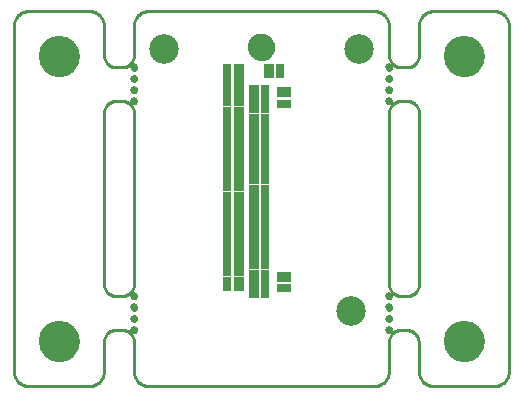
<source format=gbr>
G04 EAGLE Gerber RS-274X export*
G75*
%MOIN*%
%FSLAX34Y34*%
%LPD*%
%INSoldermask Bottom*%
%IPPOS*%
%AMOC8*
5,1,8,0,0,1.08239X$1,22.5*%
G01*
%ADD10C,0.025000*%
%ADD11C,0.135000*%
%ADD12C,0.088740*%
%ADD13C,0.098425*%
%ADD14R,0.031654X0.049370*%
%ADD15R,0.033622X0.049370*%
%ADD16R,0.049370X0.031654*%
%ADD17R,0.049370X0.033622*%
%ADD18C,0.010000*%


D10*
X4500Y-8625D03*
X4500Y-7500D03*
X4500Y-7875D03*
X4500Y-8250D03*
D11*
X7000Y-9000D03*
D12*
X250Y800D03*
D10*
X4500Y-1000D03*
X4500Y125D03*
X4500Y-250D03*
X4500Y-625D03*
X-4000Y-1000D03*
X-4000Y125D03*
X-4000Y-250D03*
X-4000Y-625D03*
X-4000Y-8625D03*
X-4000Y-7500D03*
X-4000Y-7875D03*
X-4000Y-8250D03*
D11*
X7000Y500D03*
X-6500Y500D03*
X-6500Y-9000D03*
D13*
X3500Y750D03*
X3250Y-8000D03*
D14*
X-884Y-1890D03*
D15*
X-500Y-1890D03*
D14*
X-884Y-2362D03*
D15*
X-500Y-2362D03*
D14*
X-884Y-3780D03*
D15*
X-500Y-3780D03*
D14*
X-884Y-4252D03*
D15*
X-500Y-4252D03*
D14*
X-884Y-6614D03*
D15*
X-500Y-6614D03*
D14*
X-884Y-7087D03*
D15*
X-500Y-7087D03*
D14*
X384Y-3071D03*
D15*
X0Y-3071D03*
D14*
X384Y-2598D03*
D15*
X0Y-2598D03*
D14*
X384Y-7323D03*
D15*
X0Y-7323D03*
D14*
X384Y-6850D03*
D15*
X0Y-6850D03*
D14*
X384Y-6378D03*
D15*
X0Y-6378D03*
D14*
X-884Y-5669D03*
D15*
X-500Y-5669D03*
D14*
X-884Y-6142D03*
D15*
X-500Y-6142D03*
D16*
X1000Y-7234D03*
D17*
X1000Y-6850D03*
D14*
X884Y0D03*
D15*
X500Y0D03*
D14*
X384Y-2126D03*
D15*
X0Y-2126D03*
D14*
X384Y-1654D03*
D15*
X0Y-1654D03*
D14*
X384Y-1181D03*
D15*
X0Y-1181D03*
D14*
X384Y-709D03*
D15*
X0Y-709D03*
D14*
X384Y-5906D03*
D15*
X0Y-5906D03*
D14*
X384Y-5433D03*
D15*
X0Y-5433D03*
D14*
X384Y-4961D03*
D15*
X0Y-4961D03*
D14*
X384Y-4488D03*
D15*
X0Y-4488D03*
D14*
X384Y-4016D03*
D15*
X0Y-4016D03*
D14*
X384Y-3543D03*
D15*
X0Y-3543D03*
D16*
X1000Y-1093D03*
D17*
X1000Y-709D03*
D14*
X-884Y0D03*
D15*
X-500Y0D03*
D14*
X-884Y-472D03*
D15*
X-500Y-472D03*
D14*
X-884Y-945D03*
D15*
X-500Y-945D03*
D14*
X-884Y-1417D03*
D15*
X-500Y-1417D03*
D14*
X-884Y-2835D03*
D15*
X-500Y-2835D03*
D14*
X-884Y-3307D03*
D15*
X-500Y-3307D03*
D14*
X-884Y-4724D03*
D15*
X-500Y-4724D03*
D14*
X-884Y-5197D03*
D15*
X-500Y-5197D03*
D13*
X-3000Y750D03*
D18*
X-8000Y-10000D02*
X-7998Y-10044D01*
X-7992Y-10087D01*
X-7983Y-10129D01*
X-7970Y-10171D01*
X-7953Y-10211D01*
X-7933Y-10250D01*
X-7910Y-10287D01*
X-7883Y-10321D01*
X-7854Y-10354D01*
X-7821Y-10383D01*
X-7787Y-10410D01*
X-7750Y-10433D01*
X-7711Y-10453D01*
X-7671Y-10470D01*
X-7629Y-10483D01*
X-7587Y-10492D01*
X-7544Y-10498D01*
X-7500Y-10500D01*
X-5500Y-10500D01*
X-5456Y-10498D01*
X-5413Y-10492D01*
X-5371Y-10483D01*
X-5329Y-10470D01*
X-5289Y-10453D01*
X-5250Y-10433D01*
X-5213Y-10410D01*
X-5179Y-10383D01*
X-5146Y-10354D01*
X-5117Y-10321D01*
X-5090Y-10287D01*
X-5067Y-10250D01*
X-5047Y-10211D01*
X-5030Y-10171D01*
X-5017Y-10129D01*
X-5008Y-10087D01*
X-5002Y-10044D01*
X-5000Y-10000D01*
X-5000Y-9025D01*
X-4998Y-8990D01*
X-4994Y-8956D01*
X-4986Y-8921D01*
X-4976Y-8888D01*
X-4963Y-8856D01*
X-4946Y-8825D01*
X-4928Y-8796D01*
X-4906Y-8768D01*
X-4883Y-8742D01*
X-4857Y-8719D01*
X-4829Y-8697D01*
X-4800Y-8679D01*
X-4769Y-8662D01*
X-4737Y-8649D01*
X-4704Y-8639D01*
X-4669Y-8631D01*
X-4635Y-8627D01*
X-4600Y-8625D01*
X-4400Y-8625D01*
X-4365Y-8627D01*
X-4331Y-8631D01*
X-4296Y-8639D01*
X-4263Y-8649D01*
X-4231Y-8662D01*
X-4200Y-8679D01*
X-4171Y-8697D01*
X-4143Y-8719D01*
X-4117Y-8742D01*
X-4094Y-8768D01*
X-4072Y-8796D01*
X-4054Y-8825D01*
X-4037Y-8856D01*
X-4024Y-8888D01*
X-4014Y-8921D01*
X-4006Y-8956D01*
X-4002Y-8990D01*
X-4000Y-9025D01*
X-4000Y-10000D01*
X-3998Y-10044D01*
X-3992Y-10087D01*
X-3983Y-10129D01*
X-3970Y-10171D01*
X-3953Y-10211D01*
X-3933Y-10250D01*
X-3910Y-10287D01*
X-3883Y-10321D01*
X-3854Y-10354D01*
X-3821Y-10383D01*
X-3787Y-10410D01*
X-3750Y-10433D01*
X-3711Y-10453D01*
X-3671Y-10470D01*
X-3629Y-10483D01*
X-3587Y-10492D01*
X-3544Y-10498D01*
X-3500Y-10500D01*
X4000Y-10500D01*
X4044Y-10498D01*
X4087Y-10492D01*
X4129Y-10483D01*
X4171Y-10470D01*
X4211Y-10453D01*
X4250Y-10433D01*
X4287Y-10410D01*
X4321Y-10383D01*
X4354Y-10354D01*
X4383Y-10321D01*
X4410Y-10287D01*
X4433Y-10250D01*
X4453Y-10211D01*
X4470Y-10171D01*
X4483Y-10129D01*
X4492Y-10087D01*
X4498Y-10044D01*
X4500Y-10000D01*
X4500Y-9025D01*
X4502Y-8990D01*
X4506Y-8956D01*
X4514Y-8921D01*
X4524Y-8888D01*
X4537Y-8856D01*
X4554Y-8825D01*
X4572Y-8796D01*
X4594Y-8768D01*
X4617Y-8742D01*
X4643Y-8719D01*
X4671Y-8697D01*
X4700Y-8679D01*
X4731Y-8662D01*
X4763Y-8649D01*
X4796Y-8639D01*
X4831Y-8631D01*
X4865Y-8627D01*
X4900Y-8625D01*
X5100Y-8625D01*
X5140Y-8632D01*
X5179Y-8643D01*
X5218Y-8657D01*
X5254Y-8674D01*
X5290Y-8695D01*
X5323Y-8718D01*
X5354Y-8744D01*
X5383Y-8773D01*
X5409Y-8805D01*
X5432Y-8838D01*
X5452Y-8873D01*
X5469Y-8910D01*
X5483Y-8949D01*
X5493Y-8988D01*
X5500Y-9028D01*
X5504Y-9069D01*
X5504Y-9109D01*
X5500Y-9150D01*
X5500Y-10000D01*
X5502Y-10044D01*
X5508Y-10087D01*
X5517Y-10129D01*
X5530Y-10171D01*
X5547Y-10211D01*
X5567Y-10250D01*
X5590Y-10287D01*
X5617Y-10321D01*
X5646Y-10354D01*
X5679Y-10383D01*
X5713Y-10410D01*
X5750Y-10433D01*
X5789Y-10453D01*
X5829Y-10470D01*
X5871Y-10483D01*
X5913Y-10492D01*
X5956Y-10498D01*
X6000Y-10500D01*
X8000Y-10500D01*
X8044Y-10498D01*
X8087Y-10492D01*
X8129Y-10483D01*
X8171Y-10470D01*
X8211Y-10453D01*
X8250Y-10433D01*
X8287Y-10410D01*
X8321Y-10383D01*
X8354Y-10354D01*
X8383Y-10321D01*
X8410Y-10287D01*
X8433Y-10250D01*
X8453Y-10211D01*
X8470Y-10171D01*
X8483Y-10129D01*
X8492Y-10087D01*
X8498Y-10044D01*
X8500Y-10000D01*
X8500Y1500D01*
X8498Y1544D01*
X8492Y1587D01*
X8483Y1629D01*
X8470Y1671D01*
X8453Y1711D01*
X8433Y1750D01*
X8410Y1787D01*
X8383Y1821D01*
X8354Y1854D01*
X8321Y1883D01*
X8287Y1910D01*
X8250Y1933D01*
X8211Y1953D01*
X8171Y1970D01*
X8129Y1983D01*
X8087Y1992D01*
X8044Y1998D01*
X8000Y2000D01*
X6000Y2000D01*
X5956Y1998D01*
X5913Y1992D01*
X5871Y1983D01*
X5829Y1970D01*
X5789Y1953D01*
X5750Y1933D01*
X5713Y1910D01*
X5679Y1883D01*
X5646Y1854D01*
X5617Y1821D01*
X5590Y1787D01*
X5567Y1750D01*
X5547Y1711D01*
X5530Y1671D01*
X5517Y1629D01*
X5508Y1587D01*
X5502Y1544D01*
X5500Y1500D01*
X5500Y525D01*
X5498Y490D01*
X5494Y456D01*
X5486Y421D01*
X5476Y388D01*
X5463Y356D01*
X5446Y325D01*
X5428Y296D01*
X5406Y268D01*
X5383Y242D01*
X5357Y219D01*
X5329Y197D01*
X5300Y179D01*
X5269Y162D01*
X5237Y149D01*
X5204Y139D01*
X5169Y131D01*
X5135Y127D01*
X5100Y125D01*
X4900Y125D01*
X4865Y127D01*
X4831Y131D01*
X4796Y139D01*
X4763Y149D01*
X4731Y162D01*
X4700Y179D01*
X4671Y197D01*
X4643Y219D01*
X4617Y242D01*
X4594Y268D01*
X4572Y296D01*
X4554Y325D01*
X4537Y356D01*
X4524Y388D01*
X4514Y421D01*
X4506Y456D01*
X4502Y490D01*
X4500Y525D01*
X4500Y1500D01*
X4498Y1544D01*
X4492Y1587D01*
X4483Y1629D01*
X4470Y1671D01*
X4453Y1711D01*
X4433Y1750D01*
X4410Y1787D01*
X4383Y1821D01*
X4354Y1854D01*
X4321Y1883D01*
X4287Y1910D01*
X4250Y1933D01*
X4211Y1953D01*
X4171Y1970D01*
X4129Y1983D01*
X4087Y1992D01*
X4044Y1998D01*
X4000Y2000D01*
X-3500Y2000D01*
X-3544Y1998D01*
X-3587Y1992D01*
X-3629Y1983D01*
X-3671Y1970D01*
X-3711Y1953D01*
X-3750Y1933D01*
X-3787Y1910D01*
X-3821Y1883D01*
X-3854Y1854D01*
X-3883Y1821D01*
X-3910Y1787D01*
X-3933Y1750D01*
X-3953Y1711D01*
X-3970Y1671D01*
X-3983Y1629D01*
X-3992Y1587D01*
X-3998Y1544D01*
X-4000Y1500D01*
X-4000Y525D01*
X-4002Y490D01*
X-4006Y456D01*
X-4014Y421D01*
X-4024Y388D01*
X-4037Y356D01*
X-4054Y325D01*
X-4072Y296D01*
X-4094Y268D01*
X-4117Y242D01*
X-4143Y219D01*
X-4171Y197D01*
X-4200Y179D01*
X-4231Y162D01*
X-4263Y149D01*
X-4296Y139D01*
X-4331Y131D01*
X-4365Y127D01*
X-4400Y125D01*
X-4600Y125D01*
X-4635Y127D01*
X-4669Y131D01*
X-4704Y139D01*
X-4737Y149D01*
X-4769Y162D01*
X-4800Y179D01*
X-4829Y197D01*
X-4857Y219D01*
X-4883Y242D01*
X-4906Y268D01*
X-4928Y296D01*
X-4946Y325D01*
X-4963Y356D01*
X-4976Y388D01*
X-4986Y421D01*
X-4994Y456D01*
X-4998Y490D01*
X-5000Y525D01*
X-5000Y1500D01*
X-5002Y1544D01*
X-5008Y1587D01*
X-5017Y1629D01*
X-5030Y1671D01*
X-5047Y1711D01*
X-5067Y1750D01*
X-5090Y1787D01*
X-5117Y1821D01*
X-5146Y1854D01*
X-5179Y1883D01*
X-5213Y1910D01*
X-5250Y1933D01*
X-5289Y1953D01*
X-5329Y1970D01*
X-5371Y1983D01*
X-5413Y1992D01*
X-5456Y1998D01*
X-5500Y2000D01*
X-7500Y2000D01*
X-7544Y1998D01*
X-7587Y1992D01*
X-7629Y1983D01*
X-7671Y1970D01*
X-7711Y1953D01*
X-7750Y1933D01*
X-7787Y1910D01*
X-7821Y1883D01*
X-7854Y1854D01*
X-7883Y1821D01*
X-7910Y1787D01*
X-7933Y1750D01*
X-7953Y1711D01*
X-7970Y1671D01*
X-7983Y1629D01*
X-7992Y1587D01*
X-7998Y1544D01*
X-8000Y1500D01*
X-8000Y-10000D01*
X4500Y-7100D02*
X4502Y-7135D01*
X4506Y-7169D01*
X4514Y-7204D01*
X4524Y-7237D01*
X4537Y-7269D01*
X4554Y-7300D01*
X4572Y-7329D01*
X4594Y-7357D01*
X4617Y-7383D01*
X4643Y-7406D01*
X4671Y-7428D01*
X4700Y-7446D01*
X4731Y-7463D01*
X4763Y-7476D01*
X4796Y-7486D01*
X4831Y-7494D01*
X4865Y-7498D01*
X4900Y-7500D01*
X5100Y-7500D01*
X5135Y-7498D01*
X5169Y-7494D01*
X5204Y-7486D01*
X5237Y-7476D01*
X5269Y-7463D01*
X5300Y-7446D01*
X5329Y-7428D01*
X5357Y-7406D01*
X5383Y-7383D01*
X5406Y-7357D01*
X5428Y-7329D01*
X5446Y-7300D01*
X5463Y-7269D01*
X5476Y-7237D01*
X5486Y-7204D01*
X5494Y-7169D01*
X5498Y-7135D01*
X5500Y-7100D01*
X5500Y-1400D01*
X5498Y-1365D01*
X5494Y-1331D01*
X5486Y-1296D01*
X5476Y-1263D01*
X5463Y-1231D01*
X5446Y-1200D01*
X5428Y-1171D01*
X5406Y-1143D01*
X5383Y-1117D01*
X5357Y-1094D01*
X5329Y-1072D01*
X5300Y-1054D01*
X5269Y-1037D01*
X5237Y-1024D01*
X5204Y-1014D01*
X5169Y-1006D01*
X5135Y-1002D01*
X5100Y-1000D01*
X4900Y-1000D01*
X4865Y-1002D01*
X4831Y-1006D01*
X4796Y-1014D01*
X4763Y-1024D01*
X4731Y-1037D01*
X4700Y-1054D01*
X4671Y-1072D01*
X4643Y-1094D01*
X4617Y-1117D01*
X4594Y-1143D01*
X4572Y-1171D01*
X4554Y-1200D01*
X4537Y-1231D01*
X4524Y-1263D01*
X4514Y-1296D01*
X4506Y-1331D01*
X4502Y-1365D01*
X4500Y-1400D01*
X4500Y-7100D01*
X-5000Y-7100D02*
X-4998Y-7135D01*
X-4994Y-7169D01*
X-4986Y-7204D01*
X-4976Y-7237D01*
X-4963Y-7269D01*
X-4946Y-7300D01*
X-4928Y-7329D01*
X-4906Y-7357D01*
X-4883Y-7383D01*
X-4857Y-7406D01*
X-4829Y-7428D01*
X-4800Y-7446D01*
X-4769Y-7463D01*
X-4737Y-7476D01*
X-4704Y-7486D01*
X-4669Y-7494D01*
X-4635Y-7498D01*
X-4600Y-7500D01*
X-4400Y-7500D01*
X-4365Y-7498D01*
X-4331Y-7494D01*
X-4296Y-7486D01*
X-4263Y-7476D01*
X-4231Y-7463D01*
X-4200Y-7446D01*
X-4171Y-7428D01*
X-4143Y-7406D01*
X-4117Y-7383D01*
X-4094Y-7357D01*
X-4072Y-7329D01*
X-4054Y-7300D01*
X-4037Y-7269D01*
X-4024Y-7237D01*
X-4014Y-7204D01*
X-4006Y-7169D01*
X-4002Y-7135D01*
X-4000Y-7100D01*
X-4000Y-1400D01*
X-4002Y-1365D01*
X-4006Y-1331D01*
X-4014Y-1296D01*
X-4024Y-1263D01*
X-4037Y-1231D01*
X-4054Y-1200D01*
X-4072Y-1171D01*
X-4094Y-1143D01*
X-4117Y-1117D01*
X-4143Y-1094D01*
X-4171Y-1072D01*
X-4200Y-1054D01*
X-4231Y-1037D01*
X-4263Y-1024D01*
X-4296Y-1014D01*
X-4331Y-1006D01*
X-4365Y-1002D01*
X-4400Y-1000D01*
X-4600Y-1000D01*
X-4635Y-1002D01*
X-4669Y-1006D01*
X-4704Y-1014D01*
X-4737Y-1024D01*
X-4769Y-1037D01*
X-4800Y-1054D01*
X-4829Y-1072D01*
X-4857Y-1094D01*
X-4883Y-1117D01*
X-4906Y-1143D01*
X-4928Y-1171D01*
X-4946Y-1200D01*
X-4963Y-1231D01*
X-4976Y-1263D01*
X-4986Y-1296D01*
X-4994Y-1331D01*
X-4998Y-1365D01*
X-5000Y-1400D01*
X-5000Y-7100D01*
X4575Y-8632D02*
X4572Y-8647D01*
X4566Y-8661D01*
X4558Y-8673D01*
X4548Y-8683D01*
X4536Y-8691D01*
X4522Y-8697D01*
X4507Y-8700D01*
X4493Y-8700D01*
X4478Y-8697D01*
X4464Y-8691D01*
X4452Y-8683D01*
X4442Y-8673D01*
X4434Y-8661D01*
X4428Y-8647D01*
X4425Y-8632D01*
X4425Y-8618D01*
X4428Y-8603D01*
X4434Y-8589D01*
X4442Y-8577D01*
X4452Y-8567D01*
X4464Y-8559D01*
X4478Y-8553D01*
X4493Y-8550D01*
X4507Y-8550D01*
X4522Y-8553D01*
X4536Y-8559D01*
X4548Y-8567D01*
X4558Y-8577D01*
X4566Y-8589D01*
X4572Y-8603D01*
X4575Y-8618D01*
X4575Y-8632D01*
X4575Y-7507D02*
X4572Y-7522D01*
X4566Y-7536D01*
X4558Y-7548D01*
X4548Y-7558D01*
X4536Y-7566D01*
X4522Y-7572D01*
X4507Y-7575D01*
X4493Y-7575D01*
X4478Y-7572D01*
X4464Y-7566D01*
X4452Y-7558D01*
X4442Y-7548D01*
X4434Y-7536D01*
X4428Y-7522D01*
X4425Y-7507D01*
X4425Y-7493D01*
X4428Y-7478D01*
X4434Y-7464D01*
X4442Y-7452D01*
X4452Y-7442D01*
X4464Y-7434D01*
X4478Y-7428D01*
X4493Y-7425D01*
X4507Y-7425D01*
X4522Y-7428D01*
X4536Y-7434D01*
X4548Y-7442D01*
X4558Y-7452D01*
X4566Y-7464D01*
X4572Y-7478D01*
X4575Y-7493D01*
X4575Y-7507D01*
X4575Y-7882D02*
X4572Y-7897D01*
X4566Y-7911D01*
X4558Y-7923D01*
X4548Y-7933D01*
X4536Y-7941D01*
X4522Y-7947D01*
X4507Y-7950D01*
X4493Y-7950D01*
X4478Y-7947D01*
X4464Y-7941D01*
X4452Y-7933D01*
X4442Y-7923D01*
X4434Y-7911D01*
X4428Y-7897D01*
X4425Y-7882D01*
X4425Y-7868D01*
X4428Y-7853D01*
X4434Y-7839D01*
X4442Y-7827D01*
X4452Y-7817D01*
X4464Y-7809D01*
X4478Y-7803D01*
X4493Y-7800D01*
X4507Y-7800D01*
X4522Y-7803D01*
X4536Y-7809D01*
X4548Y-7817D01*
X4558Y-7827D01*
X4566Y-7839D01*
X4572Y-7853D01*
X4575Y-7868D01*
X4575Y-7882D01*
X4575Y-8257D02*
X4572Y-8272D01*
X4566Y-8286D01*
X4558Y-8298D01*
X4548Y-8308D01*
X4536Y-8316D01*
X4522Y-8322D01*
X4507Y-8325D01*
X4493Y-8325D01*
X4478Y-8322D01*
X4464Y-8316D01*
X4452Y-8308D01*
X4442Y-8298D01*
X4434Y-8286D01*
X4428Y-8272D01*
X4425Y-8257D01*
X4425Y-8243D01*
X4428Y-8228D01*
X4434Y-8214D01*
X4442Y-8202D01*
X4452Y-8192D01*
X4464Y-8184D01*
X4478Y-8178D01*
X4493Y-8175D01*
X4507Y-8175D01*
X4522Y-8178D01*
X4536Y-8184D01*
X4548Y-8192D01*
X4558Y-8202D01*
X4566Y-8214D01*
X4572Y-8228D01*
X4575Y-8243D01*
X4575Y-8257D01*
X7625Y-9020D02*
X7622Y-9061D01*
X7617Y-9102D01*
X7609Y-9142D01*
X7598Y-9182D01*
X7585Y-9220D01*
X7570Y-9258D01*
X7551Y-9295D01*
X7531Y-9330D01*
X7508Y-9364D01*
X7483Y-9397D01*
X7456Y-9427D01*
X7427Y-9456D01*
X7397Y-9483D01*
X7364Y-9508D01*
X7330Y-9531D01*
X7295Y-9551D01*
X7258Y-9570D01*
X7220Y-9585D01*
X7182Y-9598D01*
X7142Y-9609D01*
X7102Y-9617D01*
X7061Y-9622D01*
X7020Y-9625D01*
X6980Y-9625D01*
X6939Y-9622D01*
X6898Y-9617D01*
X6858Y-9609D01*
X6818Y-9598D01*
X6780Y-9585D01*
X6742Y-9570D01*
X6705Y-9551D01*
X6670Y-9531D01*
X6636Y-9508D01*
X6603Y-9483D01*
X6573Y-9456D01*
X6544Y-9427D01*
X6517Y-9397D01*
X6492Y-9364D01*
X6469Y-9330D01*
X6449Y-9295D01*
X6430Y-9258D01*
X6415Y-9220D01*
X6402Y-9182D01*
X6391Y-9142D01*
X6383Y-9102D01*
X6378Y-9061D01*
X6375Y-9020D01*
X6375Y-8980D01*
X6378Y-8939D01*
X6383Y-8898D01*
X6391Y-8858D01*
X6402Y-8818D01*
X6415Y-8780D01*
X6430Y-8742D01*
X6449Y-8705D01*
X6469Y-8670D01*
X6492Y-8636D01*
X6517Y-8603D01*
X6544Y-8573D01*
X6573Y-8544D01*
X6603Y-8517D01*
X6636Y-8492D01*
X6670Y-8469D01*
X6705Y-8449D01*
X6742Y-8430D01*
X6780Y-8415D01*
X6818Y-8402D01*
X6858Y-8391D01*
X6898Y-8383D01*
X6939Y-8378D01*
X6980Y-8375D01*
X7020Y-8375D01*
X7061Y-8378D01*
X7102Y-8383D01*
X7142Y-8391D01*
X7182Y-8402D01*
X7220Y-8415D01*
X7258Y-8430D01*
X7295Y-8449D01*
X7330Y-8469D01*
X7364Y-8492D01*
X7397Y-8517D01*
X7427Y-8544D01*
X7456Y-8573D01*
X7483Y-8603D01*
X7508Y-8636D01*
X7531Y-8670D01*
X7551Y-8705D01*
X7570Y-8742D01*
X7585Y-8780D01*
X7598Y-8818D01*
X7609Y-8858D01*
X7617Y-8898D01*
X7622Y-8939D01*
X7625Y-8980D01*
X7625Y-9020D01*
X644Y783D02*
X641Y749D01*
X635Y715D01*
X626Y681D01*
X614Y649D01*
X600Y618D01*
X582Y588D01*
X563Y560D01*
X541Y534D01*
X516Y509D01*
X490Y487D01*
X462Y468D01*
X432Y450D01*
X401Y436D01*
X369Y424D01*
X335Y415D01*
X301Y409D01*
X267Y406D01*
X233Y406D01*
X199Y409D01*
X165Y415D01*
X131Y424D01*
X99Y436D01*
X68Y450D01*
X38Y468D01*
X10Y487D01*
X-16Y509D01*
X-41Y534D01*
X-63Y560D01*
X-82Y588D01*
X-100Y618D01*
X-114Y649D01*
X-126Y681D01*
X-135Y715D01*
X-141Y749D01*
X-144Y783D01*
X-144Y817D01*
X-141Y851D01*
X-135Y885D01*
X-126Y919D01*
X-114Y951D01*
X-100Y982D01*
X-82Y1012D01*
X-63Y1040D01*
X-41Y1066D01*
X-16Y1091D01*
X10Y1113D01*
X38Y1132D01*
X68Y1150D01*
X99Y1164D01*
X131Y1176D01*
X165Y1185D01*
X199Y1191D01*
X233Y1194D01*
X267Y1194D01*
X301Y1191D01*
X335Y1185D01*
X369Y1176D01*
X401Y1164D01*
X432Y1150D01*
X462Y1132D01*
X490Y1113D01*
X516Y1091D01*
X541Y1066D01*
X563Y1040D01*
X582Y1012D01*
X600Y982D01*
X614Y951D01*
X626Y919D01*
X635Y885D01*
X641Y851D01*
X644Y817D01*
X644Y783D01*
X4575Y-1007D02*
X4572Y-1022D01*
X4566Y-1036D01*
X4558Y-1048D01*
X4548Y-1058D01*
X4536Y-1066D01*
X4522Y-1072D01*
X4507Y-1075D01*
X4493Y-1075D01*
X4478Y-1072D01*
X4464Y-1066D01*
X4452Y-1058D01*
X4442Y-1048D01*
X4434Y-1036D01*
X4428Y-1022D01*
X4425Y-1007D01*
X4425Y-993D01*
X4428Y-978D01*
X4434Y-964D01*
X4442Y-952D01*
X4452Y-942D01*
X4464Y-934D01*
X4478Y-928D01*
X4493Y-925D01*
X4507Y-925D01*
X4522Y-928D01*
X4536Y-934D01*
X4548Y-942D01*
X4558Y-952D01*
X4566Y-964D01*
X4572Y-978D01*
X4575Y-993D01*
X4575Y-1007D01*
X4575Y118D02*
X4572Y103D01*
X4566Y89D01*
X4558Y77D01*
X4548Y67D01*
X4536Y59D01*
X4522Y53D01*
X4507Y50D01*
X4493Y50D01*
X4478Y53D01*
X4464Y59D01*
X4452Y67D01*
X4442Y77D01*
X4434Y89D01*
X4428Y103D01*
X4425Y118D01*
X4425Y132D01*
X4428Y147D01*
X4434Y161D01*
X4442Y173D01*
X4452Y183D01*
X4464Y191D01*
X4478Y197D01*
X4493Y200D01*
X4507Y200D01*
X4522Y197D01*
X4536Y191D01*
X4548Y183D01*
X4558Y173D01*
X4566Y161D01*
X4572Y147D01*
X4575Y132D01*
X4575Y118D01*
X4575Y-257D02*
X4572Y-272D01*
X4566Y-286D01*
X4558Y-298D01*
X4548Y-308D01*
X4536Y-316D01*
X4522Y-322D01*
X4507Y-325D01*
X4493Y-325D01*
X4478Y-322D01*
X4464Y-316D01*
X4452Y-308D01*
X4442Y-298D01*
X4434Y-286D01*
X4428Y-272D01*
X4425Y-257D01*
X4425Y-243D01*
X4428Y-228D01*
X4434Y-214D01*
X4442Y-202D01*
X4452Y-192D01*
X4464Y-184D01*
X4478Y-178D01*
X4493Y-175D01*
X4507Y-175D01*
X4522Y-178D01*
X4536Y-184D01*
X4548Y-192D01*
X4558Y-202D01*
X4566Y-214D01*
X4572Y-228D01*
X4575Y-243D01*
X4575Y-257D01*
X4575Y-632D02*
X4572Y-647D01*
X4566Y-661D01*
X4558Y-673D01*
X4548Y-683D01*
X4536Y-691D01*
X4522Y-697D01*
X4507Y-700D01*
X4493Y-700D01*
X4478Y-697D01*
X4464Y-691D01*
X4452Y-683D01*
X4442Y-673D01*
X4434Y-661D01*
X4428Y-647D01*
X4425Y-632D01*
X4425Y-618D01*
X4428Y-603D01*
X4434Y-589D01*
X4442Y-577D01*
X4452Y-567D01*
X4464Y-559D01*
X4478Y-553D01*
X4493Y-550D01*
X4507Y-550D01*
X4522Y-553D01*
X4536Y-559D01*
X4548Y-567D01*
X4558Y-577D01*
X4566Y-589D01*
X4572Y-603D01*
X4575Y-618D01*
X4575Y-632D01*
X-3925Y-1007D02*
X-3928Y-1022D01*
X-3934Y-1036D01*
X-3942Y-1048D01*
X-3952Y-1058D01*
X-3964Y-1066D01*
X-3978Y-1072D01*
X-3993Y-1075D01*
X-4007Y-1075D01*
X-4022Y-1072D01*
X-4036Y-1066D01*
X-4048Y-1058D01*
X-4058Y-1048D01*
X-4066Y-1036D01*
X-4072Y-1022D01*
X-4075Y-1007D01*
X-4075Y-993D01*
X-4072Y-978D01*
X-4066Y-964D01*
X-4058Y-952D01*
X-4048Y-942D01*
X-4036Y-934D01*
X-4022Y-928D01*
X-4007Y-925D01*
X-3993Y-925D01*
X-3978Y-928D01*
X-3964Y-934D01*
X-3952Y-942D01*
X-3942Y-952D01*
X-3934Y-964D01*
X-3928Y-978D01*
X-3925Y-993D01*
X-3925Y-1007D01*
X-3925Y118D02*
X-3928Y103D01*
X-3934Y89D01*
X-3942Y77D01*
X-3952Y67D01*
X-3964Y59D01*
X-3978Y53D01*
X-3993Y50D01*
X-4007Y50D01*
X-4022Y53D01*
X-4036Y59D01*
X-4048Y67D01*
X-4058Y77D01*
X-4066Y89D01*
X-4072Y103D01*
X-4075Y118D01*
X-4075Y132D01*
X-4072Y147D01*
X-4066Y161D01*
X-4058Y173D01*
X-4048Y183D01*
X-4036Y191D01*
X-4022Y197D01*
X-4007Y200D01*
X-3993Y200D01*
X-3978Y197D01*
X-3964Y191D01*
X-3952Y183D01*
X-3942Y173D01*
X-3934Y161D01*
X-3928Y147D01*
X-3925Y132D01*
X-3925Y118D01*
X-3925Y-257D02*
X-3928Y-272D01*
X-3934Y-286D01*
X-3942Y-298D01*
X-3952Y-308D01*
X-3964Y-316D01*
X-3978Y-322D01*
X-3993Y-325D01*
X-4007Y-325D01*
X-4022Y-322D01*
X-4036Y-316D01*
X-4048Y-308D01*
X-4058Y-298D01*
X-4066Y-286D01*
X-4072Y-272D01*
X-4075Y-257D01*
X-4075Y-243D01*
X-4072Y-228D01*
X-4066Y-214D01*
X-4058Y-202D01*
X-4048Y-192D01*
X-4036Y-184D01*
X-4022Y-178D01*
X-4007Y-175D01*
X-3993Y-175D01*
X-3978Y-178D01*
X-3964Y-184D01*
X-3952Y-192D01*
X-3942Y-202D01*
X-3934Y-214D01*
X-3928Y-228D01*
X-3925Y-243D01*
X-3925Y-257D01*
X-3925Y-632D02*
X-3928Y-647D01*
X-3934Y-661D01*
X-3942Y-673D01*
X-3952Y-683D01*
X-3964Y-691D01*
X-3978Y-697D01*
X-3993Y-700D01*
X-4007Y-700D01*
X-4022Y-697D01*
X-4036Y-691D01*
X-4048Y-683D01*
X-4058Y-673D01*
X-4066Y-661D01*
X-4072Y-647D01*
X-4075Y-632D01*
X-4075Y-618D01*
X-4072Y-603D01*
X-4066Y-589D01*
X-4058Y-577D01*
X-4048Y-567D01*
X-4036Y-559D01*
X-4022Y-553D01*
X-4007Y-550D01*
X-3993Y-550D01*
X-3978Y-553D01*
X-3964Y-559D01*
X-3952Y-567D01*
X-3942Y-577D01*
X-3934Y-589D01*
X-3928Y-603D01*
X-3925Y-618D01*
X-3925Y-632D01*
X-3925Y-8632D02*
X-3928Y-8647D01*
X-3934Y-8661D01*
X-3942Y-8673D01*
X-3952Y-8683D01*
X-3964Y-8691D01*
X-3978Y-8697D01*
X-3993Y-8700D01*
X-4007Y-8700D01*
X-4022Y-8697D01*
X-4036Y-8691D01*
X-4048Y-8683D01*
X-4058Y-8673D01*
X-4066Y-8661D01*
X-4072Y-8647D01*
X-4075Y-8632D01*
X-4075Y-8618D01*
X-4072Y-8603D01*
X-4066Y-8589D01*
X-4058Y-8577D01*
X-4048Y-8567D01*
X-4036Y-8559D01*
X-4022Y-8553D01*
X-4007Y-8550D01*
X-3993Y-8550D01*
X-3978Y-8553D01*
X-3964Y-8559D01*
X-3952Y-8567D01*
X-3942Y-8577D01*
X-3934Y-8589D01*
X-3928Y-8603D01*
X-3925Y-8618D01*
X-3925Y-8632D01*
X-3925Y-7507D02*
X-3928Y-7522D01*
X-3934Y-7536D01*
X-3942Y-7548D01*
X-3952Y-7558D01*
X-3964Y-7566D01*
X-3978Y-7572D01*
X-3993Y-7575D01*
X-4007Y-7575D01*
X-4022Y-7572D01*
X-4036Y-7566D01*
X-4048Y-7558D01*
X-4058Y-7548D01*
X-4066Y-7536D01*
X-4072Y-7522D01*
X-4075Y-7507D01*
X-4075Y-7493D01*
X-4072Y-7478D01*
X-4066Y-7464D01*
X-4058Y-7452D01*
X-4048Y-7442D01*
X-4036Y-7434D01*
X-4022Y-7428D01*
X-4007Y-7425D01*
X-3993Y-7425D01*
X-3978Y-7428D01*
X-3964Y-7434D01*
X-3952Y-7442D01*
X-3942Y-7452D01*
X-3934Y-7464D01*
X-3928Y-7478D01*
X-3925Y-7493D01*
X-3925Y-7507D01*
X-3925Y-7882D02*
X-3928Y-7897D01*
X-3934Y-7911D01*
X-3942Y-7923D01*
X-3952Y-7933D01*
X-3964Y-7941D01*
X-3978Y-7947D01*
X-3993Y-7950D01*
X-4007Y-7950D01*
X-4022Y-7947D01*
X-4036Y-7941D01*
X-4048Y-7933D01*
X-4058Y-7923D01*
X-4066Y-7911D01*
X-4072Y-7897D01*
X-4075Y-7882D01*
X-4075Y-7868D01*
X-4072Y-7853D01*
X-4066Y-7839D01*
X-4058Y-7827D01*
X-4048Y-7817D01*
X-4036Y-7809D01*
X-4022Y-7803D01*
X-4007Y-7800D01*
X-3993Y-7800D01*
X-3978Y-7803D01*
X-3964Y-7809D01*
X-3952Y-7817D01*
X-3942Y-7827D01*
X-3934Y-7839D01*
X-3928Y-7853D01*
X-3925Y-7868D01*
X-3925Y-7882D01*
X-3925Y-8257D02*
X-3928Y-8272D01*
X-3934Y-8286D01*
X-3942Y-8298D01*
X-3952Y-8308D01*
X-3964Y-8316D01*
X-3978Y-8322D01*
X-3993Y-8325D01*
X-4007Y-8325D01*
X-4022Y-8322D01*
X-4036Y-8316D01*
X-4048Y-8308D01*
X-4058Y-8298D01*
X-4066Y-8286D01*
X-4072Y-8272D01*
X-4075Y-8257D01*
X-4075Y-8243D01*
X-4072Y-8228D01*
X-4066Y-8214D01*
X-4058Y-8202D01*
X-4048Y-8192D01*
X-4036Y-8184D01*
X-4022Y-8178D01*
X-4007Y-8175D01*
X-3993Y-8175D01*
X-3978Y-8178D01*
X-3964Y-8184D01*
X-3952Y-8192D01*
X-3942Y-8202D01*
X-3934Y-8214D01*
X-3928Y-8228D01*
X-3925Y-8243D01*
X-3925Y-8257D01*
X7625Y480D02*
X7622Y439D01*
X7617Y398D01*
X7609Y358D01*
X7598Y318D01*
X7585Y280D01*
X7570Y242D01*
X7551Y205D01*
X7531Y170D01*
X7508Y136D01*
X7483Y103D01*
X7456Y73D01*
X7427Y44D01*
X7397Y17D01*
X7364Y-8D01*
X7330Y-31D01*
X7295Y-51D01*
X7258Y-70D01*
X7220Y-85D01*
X7182Y-98D01*
X7142Y-109D01*
X7102Y-117D01*
X7061Y-122D01*
X7020Y-125D01*
X6980Y-125D01*
X6939Y-122D01*
X6898Y-117D01*
X6858Y-109D01*
X6818Y-98D01*
X6780Y-85D01*
X6742Y-70D01*
X6705Y-51D01*
X6670Y-31D01*
X6636Y-8D01*
X6603Y17D01*
X6573Y44D01*
X6544Y73D01*
X6517Y103D01*
X6492Y136D01*
X6469Y170D01*
X6449Y205D01*
X6430Y242D01*
X6415Y280D01*
X6402Y318D01*
X6391Y358D01*
X6383Y398D01*
X6378Y439D01*
X6375Y480D01*
X6375Y520D01*
X6378Y561D01*
X6383Y602D01*
X6391Y642D01*
X6402Y682D01*
X6415Y720D01*
X6430Y758D01*
X6449Y795D01*
X6469Y830D01*
X6492Y864D01*
X6517Y897D01*
X6544Y927D01*
X6573Y956D01*
X6603Y983D01*
X6636Y1008D01*
X6670Y1031D01*
X6705Y1051D01*
X6742Y1070D01*
X6780Y1085D01*
X6818Y1098D01*
X6858Y1109D01*
X6898Y1117D01*
X6939Y1122D01*
X6980Y1125D01*
X7020Y1125D01*
X7061Y1122D01*
X7102Y1117D01*
X7142Y1109D01*
X7182Y1098D01*
X7220Y1085D01*
X7258Y1070D01*
X7295Y1051D01*
X7330Y1031D01*
X7364Y1008D01*
X7397Y983D01*
X7427Y956D01*
X7456Y927D01*
X7483Y897D01*
X7508Y864D01*
X7531Y830D01*
X7551Y795D01*
X7570Y758D01*
X7585Y720D01*
X7598Y682D01*
X7609Y642D01*
X7617Y602D01*
X7622Y561D01*
X7625Y520D01*
X7625Y480D01*
X-5875Y480D02*
X-5878Y439D01*
X-5883Y398D01*
X-5891Y358D01*
X-5902Y318D01*
X-5915Y280D01*
X-5930Y242D01*
X-5949Y205D01*
X-5969Y170D01*
X-5992Y136D01*
X-6017Y103D01*
X-6044Y73D01*
X-6073Y44D01*
X-6103Y17D01*
X-6136Y-8D01*
X-6170Y-31D01*
X-6205Y-51D01*
X-6242Y-70D01*
X-6280Y-85D01*
X-6318Y-98D01*
X-6358Y-109D01*
X-6398Y-117D01*
X-6439Y-122D01*
X-6480Y-125D01*
X-6520Y-125D01*
X-6561Y-122D01*
X-6602Y-117D01*
X-6642Y-109D01*
X-6682Y-98D01*
X-6720Y-85D01*
X-6758Y-70D01*
X-6795Y-51D01*
X-6830Y-31D01*
X-6864Y-8D01*
X-6897Y17D01*
X-6927Y44D01*
X-6956Y73D01*
X-6983Y103D01*
X-7008Y136D01*
X-7031Y170D01*
X-7051Y205D01*
X-7070Y242D01*
X-7085Y280D01*
X-7098Y318D01*
X-7109Y358D01*
X-7117Y398D01*
X-7122Y439D01*
X-7125Y480D01*
X-7125Y520D01*
X-7122Y561D01*
X-7117Y602D01*
X-7109Y642D01*
X-7098Y682D01*
X-7085Y720D01*
X-7070Y758D01*
X-7051Y795D01*
X-7031Y830D01*
X-7008Y864D01*
X-6983Y897D01*
X-6956Y927D01*
X-6927Y956D01*
X-6897Y983D01*
X-6864Y1008D01*
X-6830Y1031D01*
X-6795Y1051D01*
X-6758Y1070D01*
X-6720Y1085D01*
X-6682Y1098D01*
X-6642Y1109D01*
X-6602Y1117D01*
X-6561Y1122D01*
X-6520Y1125D01*
X-6480Y1125D01*
X-6439Y1122D01*
X-6398Y1117D01*
X-6358Y1109D01*
X-6318Y1098D01*
X-6280Y1085D01*
X-6242Y1070D01*
X-6205Y1051D01*
X-6170Y1031D01*
X-6136Y1008D01*
X-6103Y983D01*
X-6073Y956D01*
X-6044Y927D01*
X-6017Y897D01*
X-5992Y864D01*
X-5969Y830D01*
X-5949Y795D01*
X-5930Y758D01*
X-5915Y720D01*
X-5902Y682D01*
X-5891Y642D01*
X-5883Y602D01*
X-5878Y561D01*
X-5875Y520D01*
X-5875Y480D01*
X-5875Y-9020D02*
X-5878Y-9061D01*
X-5883Y-9102D01*
X-5891Y-9142D01*
X-5902Y-9182D01*
X-5915Y-9220D01*
X-5930Y-9258D01*
X-5949Y-9295D01*
X-5969Y-9330D01*
X-5992Y-9364D01*
X-6017Y-9397D01*
X-6044Y-9427D01*
X-6073Y-9456D01*
X-6103Y-9483D01*
X-6136Y-9508D01*
X-6170Y-9531D01*
X-6205Y-9551D01*
X-6242Y-9570D01*
X-6280Y-9585D01*
X-6318Y-9598D01*
X-6358Y-9609D01*
X-6398Y-9617D01*
X-6439Y-9622D01*
X-6480Y-9625D01*
X-6520Y-9625D01*
X-6561Y-9622D01*
X-6602Y-9617D01*
X-6642Y-9609D01*
X-6682Y-9598D01*
X-6720Y-9585D01*
X-6758Y-9570D01*
X-6795Y-9551D01*
X-6830Y-9531D01*
X-6864Y-9508D01*
X-6897Y-9483D01*
X-6927Y-9456D01*
X-6956Y-9427D01*
X-6983Y-9397D01*
X-7008Y-9364D01*
X-7031Y-9330D01*
X-7051Y-9295D01*
X-7070Y-9258D01*
X-7085Y-9220D01*
X-7098Y-9182D01*
X-7109Y-9142D01*
X-7117Y-9102D01*
X-7122Y-9061D01*
X-7125Y-9020D01*
X-7125Y-8980D01*
X-7122Y-8939D01*
X-7117Y-8898D01*
X-7109Y-8858D01*
X-7098Y-8818D01*
X-7085Y-8780D01*
X-7070Y-8742D01*
X-7051Y-8705D01*
X-7031Y-8670D01*
X-7008Y-8636D01*
X-6983Y-8603D01*
X-6956Y-8573D01*
X-6927Y-8544D01*
X-6897Y-8517D01*
X-6864Y-8492D01*
X-6830Y-8469D01*
X-6795Y-8449D01*
X-6758Y-8430D01*
X-6720Y-8415D01*
X-6682Y-8402D01*
X-6642Y-8391D01*
X-6602Y-8383D01*
X-6561Y-8378D01*
X-6520Y-8375D01*
X-6480Y-8375D01*
X-6439Y-8378D01*
X-6398Y-8383D01*
X-6358Y-8391D01*
X-6318Y-8402D01*
X-6280Y-8415D01*
X-6242Y-8430D01*
X-6205Y-8449D01*
X-6170Y-8469D01*
X-6136Y-8492D01*
X-6103Y-8517D01*
X-6073Y-8544D01*
X-6044Y-8573D01*
X-6017Y-8603D01*
X-5992Y-8636D01*
X-5969Y-8670D01*
X-5949Y-8705D01*
X-5930Y-8742D01*
X-5915Y-8780D01*
X-5902Y-8818D01*
X-5891Y-8858D01*
X-5883Y-8898D01*
X-5878Y-8939D01*
X-5875Y-8980D01*
X-5875Y-9020D01*
M02*

</source>
